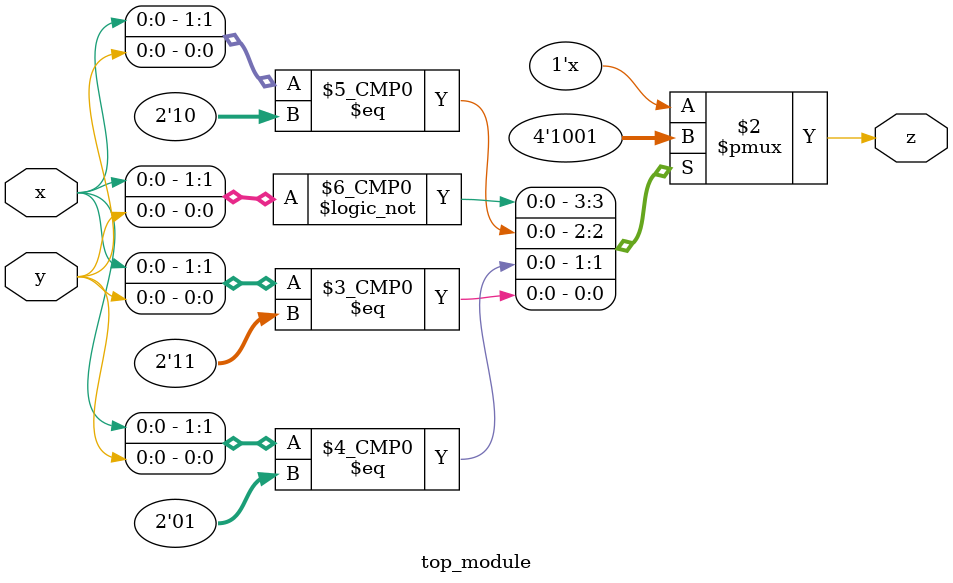
<source format=v>
/*
Problem Statement: Taken from 2015 midterm question 4
                   Circuit B can be described by the following simulation waveform:
                   
Solution:
*/

module top_module ( input x, input y, output z );

    always@*
        begin
            case({x,y})
                2'b00: z=1'b1;
                2'b10: z=1'b0;
                2'b01: z=1'b0;
                2'b11: z=1'b1;
            endcase
        end
                
endmodule

</source>
